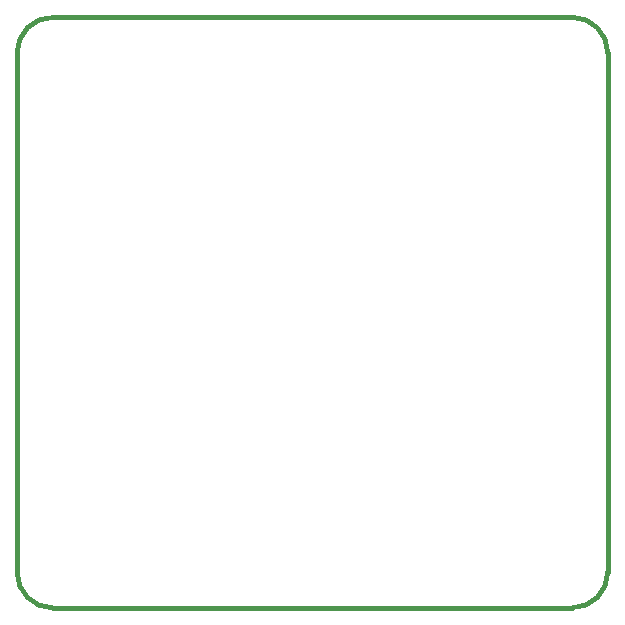
<source format=gko>
G04 #@! TF.FileFunction,Profile,NP*
%FSLAX46Y46*%
G04 Gerber Fmt 4.6, Leading zero omitted, Abs format (unit mm)*
G04 Created by KiCad (PCBNEW 4.0.4-stable) date Saturday, October 22, 2016 'PMt' 11:23:18 PM*
%MOMM*%
%LPD*%
G01*
G04 APERTURE LIST*
%ADD10C,0.150000*%
%ADD11C,0.381000*%
G04 APERTURE END LIST*
D10*
D11*
X75000000Y-28000000D02*
G75*
G03X72000000Y-25000000I-3000000J0D01*
G01*
X72000000Y-75000000D02*
G75*
G03X75000000Y-72000000I0J3000000D01*
G01*
X25000000Y-72000000D02*
G75*
G03X28000000Y-75000000I3000000J0D01*
G01*
X28000000Y-25000000D02*
G75*
G03X25000000Y-28000000I0J-3000000D01*
G01*
X25000000Y-72000000D02*
X25000000Y-28000000D01*
X72000000Y-75000000D02*
X28000000Y-75000000D01*
X75000000Y-28000000D02*
X75000000Y-72000000D01*
X28000000Y-25000000D02*
X72000000Y-25000000D01*
M02*

</source>
